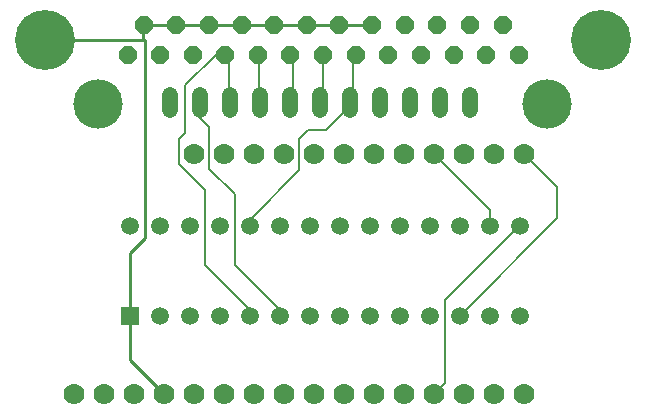
<source format=gbr>
G04 EAGLE Gerber RS-274X export*
G75*
%MOMM*%
%FSLAX34Y34*%
%LPD*%
%INTop Copper*%
%IPPOS*%
%AMOC8*
5,1,8,0,0,1.08239X$1,22.5*%
G01*
%ADD10C,1.500000*%
%ADD11R,1.500000X1.500000*%
%ADD12P,1.649562X8X22.500000*%
%ADD13C,5.080000*%
%ADD14C,1.320800*%
%ADD15C,1.778000*%
%ADD16C,4.191000*%
%ADD17C,0.254000*%
%ADD18C,0.152400*%


D10*
X521970Y566420D03*
X496570Y566420D03*
X471170Y566420D03*
X445770Y566420D03*
X420370Y566420D03*
X394970Y566420D03*
X369570Y566420D03*
X344170Y566420D03*
X318770Y566420D03*
X293370Y566420D03*
X267970Y566420D03*
X242570Y566420D03*
X217170Y566420D03*
X191770Y566420D03*
X521970Y490220D03*
X496570Y490220D03*
X471170Y490220D03*
X445770Y490220D03*
X420370Y490220D03*
X394970Y490220D03*
X369570Y490220D03*
X344170Y490220D03*
X318770Y490220D03*
X293370Y490220D03*
X267970Y490220D03*
X242570Y490220D03*
X217170Y490220D03*
D11*
X191770Y490220D03*
D12*
X189992Y711200D03*
X217678Y711200D03*
X245110Y711200D03*
X272796Y711200D03*
X300482Y711200D03*
X327914Y711200D03*
X355600Y711200D03*
X383286Y711200D03*
X410718Y711200D03*
X438404Y711200D03*
X466090Y711200D03*
X493522Y711200D03*
X521208Y711200D03*
X203708Y736600D03*
X231394Y736600D03*
X259080Y736600D03*
X286512Y736600D03*
X314198Y736600D03*
X341884Y736600D03*
X369316Y736600D03*
X397002Y736600D03*
X424688Y736600D03*
X452120Y736600D03*
X479806Y736600D03*
X507492Y736600D03*
D13*
X120396Y723900D03*
X590804Y723900D03*
D14*
X226060Y677164D02*
X226060Y663956D01*
X251460Y663956D02*
X251460Y677164D01*
X276860Y677164D02*
X276860Y663956D01*
X302260Y663956D02*
X302260Y677164D01*
X327660Y677164D02*
X327660Y663956D01*
X353060Y663956D02*
X353060Y677164D01*
X378460Y677164D02*
X378460Y663956D01*
X403860Y663956D02*
X403860Y677164D01*
X429260Y677164D02*
X429260Y663956D01*
X454660Y663956D02*
X454660Y677164D01*
X480060Y677164D02*
X480060Y663956D01*
D15*
X246380Y627380D03*
X271780Y627380D03*
X297180Y627380D03*
X322580Y627380D03*
X347980Y627380D03*
X373380Y627380D03*
X398780Y627380D03*
X424180Y627380D03*
X449580Y627380D03*
X474980Y627380D03*
X500380Y627380D03*
X525780Y627380D03*
X246380Y424180D03*
X271780Y424180D03*
X297180Y424180D03*
X322580Y424180D03*
X347980Y424180D03*
X373380Y424180D03*
X398780Y424180D03*
X424180Y424180D03*
X449580Y424180D03*
X474980Y424180D03*
X500380Y424180D03*
X525780Y424180D03*
X220980Y424180D03*
X195580Y424180D03*
X170180Y424180D03*
X144780Y424180D03*
D16*
X544830Y669290D03*
X165100Y669290D03*
D17*
X191770Y490220D02*
X191770Y452755D01*
X219075Y425450D01*
D18*
X220980Y424180D01*
D17*
X341884Y736600D02*
X369316Y736600D01*
X397002Y736600D01*
X231394Y736600D02*
X203708Y736600D01*
X259080Y736600D02*
X286512Y736600D01*
X314198Y736600D01*
X259080Y736600D02*
X231394Y736600D01*
X314198Y736600D02*
X341884Y736600D01*
X191770Y543560D02*
X191770Y490220D01*
X191770Y543560D02*
X204470Y556260D01*
X203200Y723900D02*
X203200Y736600D01*
X204470Y723900D02*
X204470Y556260D01*
D18*
X203708Y736600D02*
X203200Y736600D01*
D17*
X203200Y723900D02*
X204470Y723900D01*
X203200Y723900D02*
X120396Y723900D01*
D18*
X496570Y579755D02*
X496570Y566420D01*
X496570Y579755D02*
X450850Y625475D01*
X449580Y627380D01*
X521335Y566420D02*
X521970Y566420D01*
X521335Y566420D02*
X458470Y503555D01*
X458470Y433070D01*
X449580Y424180D01*
X471170Y490220D02*
X553720Y572770D01*
X553720Y599440D01*
X525780Y627380D01*
X318770Y495300D02*
X318770Y490220D01*
X318770Y495300D02*
X280670Y533400D01*
X280670Y593090D01*
X259080Y614680D01*
X259080Y649605D01*
X251460Y657225D02*
X251460Y670560D01*
X251460Y657225D02*
X259080Y649605D01*
X276225Y673100D02*
X276225Y708025D01*
X273050Y711200D01*
X276225Y673100D02*
X276860Y670560D01*
X273050Y711200D02*
X272796Y711200D01*
X293370Y495300D02*
X293370Y490220D01*
X293370Y495300D02*
X255270Y533400D01*
X255270Y596900D01*
X264795Y711200D02*
X272796Y711200D01*
X238760Y645160D02*
X233680Y640080D01*
X238760Y685165D02*
X264795Y711200D01*
X238760Y685165D02*
X238760Y645160D01*
X233680Y640080D02*
X233680Y618490D01*
X255270Y596900D01*
X301625Y673100D02*
X301625Y711200D01*
X301625Y673100D02*
X302260Y670560D01*
X301625Y711200D02*
X300482Y711200D01*
X330200Y711200D02*
X330200Y673100D01*
X327660Y670560D01*
X327914Y711200D02*
X330200Y711200D01*
X355600Y711200D02*
X355600Y673100D01*
X353060Y670560D01*
X381000Y673100D02*
X381000Y711200D01*
X381000Y673100D02*
X378460Y670560D01*
X381000Y711200D02*
X383286Y711200D01*
X358140Y647700D02*
X342900Y647700D01*
X358140Y647700D02*
X378460Y668020D01*
X378460Y670560D01*
X342900Y647700D02*
X335280Y640080D01*
X335280Y613410D02*
X293370Y571500D01*
X293370Y566420D01*
X335280Y613410D02*
X335280Y640080D01*
X394949Y567669D02*
X394970Y566420D01*
M02*

</source>
